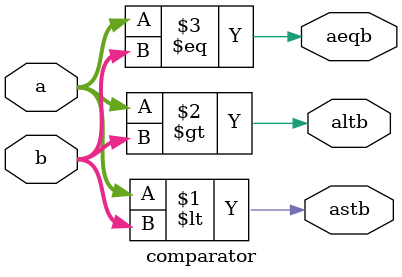
<source format=v>
`timescale 1ns / 1ps


module comparator(
    input[3:0] a,
    input[3:0] b,
    output astb,
    output altb,
    output aeqb
    );
    
    assign astb = (a < b);
    assign altb = (a > b);
    assign aeqb = (a == b);
    
endmodule

</source>
